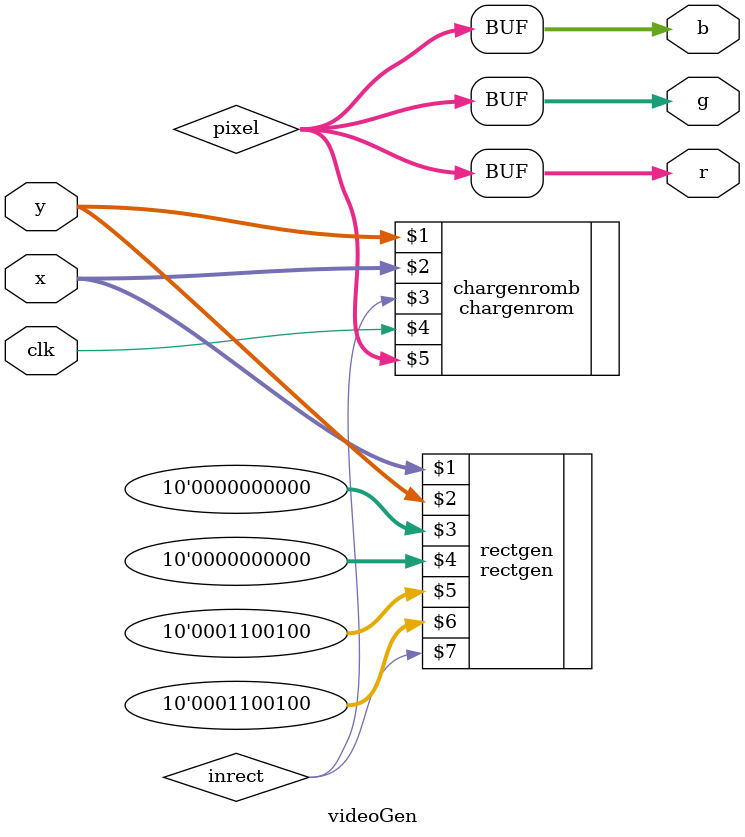
<source format=sv>
module videoGen(input logic [9:0] x, y, input logic clk, output logic [7:0] r, g, b);
		
		logic [7:0] pixel; 
		logic inrect;
		
		chargenrom chargenromb(y, x, inrect, clk, pixel);
		rectgen rectgen(x, y, 10'd0, 10'd0, 10'd100, 10'd100, inrect);

		
		// assign {r, g} = pixel;
		assign r = pixel;
		assign g = pixel;
		assign b = pixel;

endmodule
</source>
